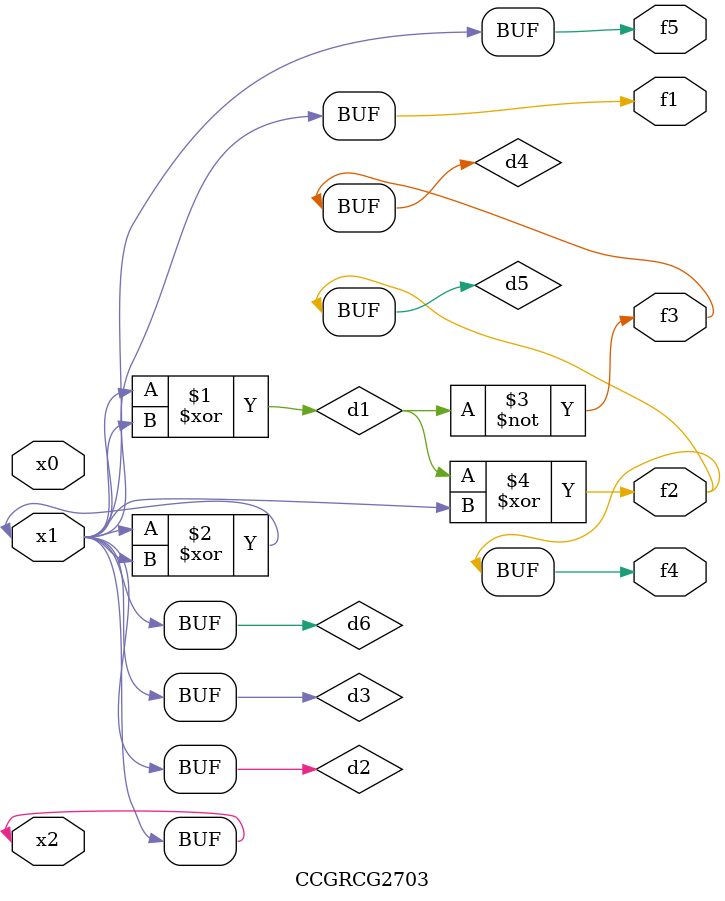
<source format=v>
module CCGRCG2703(
	input x0, x1, x2,
	output f1, f2, f3, f4, f5
);

	wire d1, d2, d3, d4, d5, d6;

	xor (d1, x1, x2);
	buf (d2, x1, x2);
	xor (d3, x1, x2);
	nor (d4, d1);
	xor (d5, d1, d2);
	buf (d6, d2, d3);
	assign f1 = d6;
	assign f2 = d5;
	assign f3 = d4;
	assign f4 = d5;
	assign f5 = d6;
endmodule

</source>
